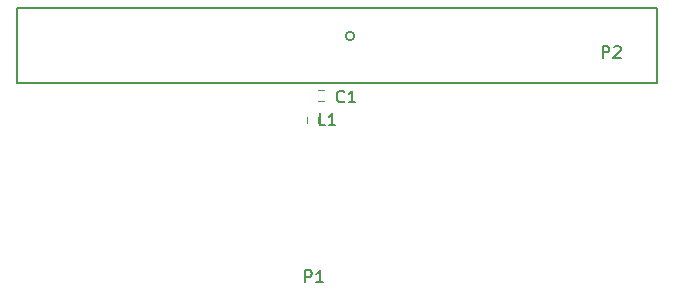
<source format=gbr>
G04 #@! TF.FileFunction,Legend,Top*
%FSLAX46Y46*%
G04 Gerber Fmt 4.6, Leading zero omitted, Abs format (unit mm)*
G04 Created by KiCad (PCBNEW 4.0.5) date 05/07/17 17:09:00*
%MOMM*%
%LPD*%
G01*
G04 APERTURE LIST*
%ADD10C,0.100000*%
%ADD11C,0.150000*%
%ADD12C,0.120000*%
G04 APERTURE END LIST*
D10*
D11*
X1301100Y9796400D02*
X1101100Y9796400D01*
X1401100Y16196400D02*
X1101100Y16196400D01*
X1101100Y16196400D02*
X1101100Y9796400D01*
X55301100Y16196400D02*
X55301100Y9796400D01*
X5301100Y16196400D02*
X1301100Y16196400D01*
X1301100Y9796400D02*
X5301100Y9796400D01*
X55301100Y9796400D02*
X5301100Y9796400D01*
X55301100Y16196400D02*
X5301100Y16196400D01*
X29661655Y13796400D02*
G75*
G03X29661655Y13796400I-360555J0D01*
G01*
D12*
X27065000Y9225000D02*
X26565000Y9225000D01*
X26565000Y8285000D02*
X27065000Y8285000D01*
X26573800Y6473000D02*
X26573800Y6973000D01*
X25633800Y6973000D02*
X25633800Y6473000D01*
D11*
X25501905Y-7042381D02*
X25501905Y-6042381D01*
X25882858Y-6042381D01*
X25978096Y-6090000D01*
X26025715Y-6137619D01*
X26073334Y-6232857D01*
X26073334Y-6375714D01*
X26025715Y-6470952D01*
X25978096Y-6518571D01*
X25882858Y-6566190D01*
X25501905Y-6566190D01*
X27025715Y-7042381D02*
X26454286Y-7042381D01*
X26740000Y-7042381D02*
X26740000Y-6042381D01*
X26644762Y-6185238D01*
X26549524Y-6280476D01*
X26454286Y-6328095D01*
X50691905Y11937619D02*
X50691905Y12937619D01*
X51072858Y12937619D01*
X51168096Y12890000D01*
X51215715Y12842381D01*
X51263334Y12747143D01*
X51263334Y12604286D01*
X51215715Y12509048D01*
X51168096Y12461429D01*
X51072858Y12413810D01*
X50691905Y12413810D01*
X51644286Y12842381D02*
X51691905Y12890000D01*
X51787143Y12937619D01*
X52025239Y12937619D01*
X52120477Y12890000D01*
X52168096Y12842381D01*
X52215715Y12747143D01*
X52215715Y12651905D01*
X52168096Y12509048D01*
X51596667Y11937619D01*
X52215715Y11937619D01*
X28807334Y8270857D02*
X28759715Y8223238D01*
X28616858Y8175619D01*
X28521620Y8175619D01*
X28378762Y8223238D01*
X28283524Y8318476D01*
X28235905Y8413714D01*
X28188286Y8604190D01*
X28188286Y8747048D01*
X28235905Y8937524D01*
X28283524Y9032762D01*
X28378762Y9128000D01*
X28521620Y9175619D01*
X28616858Y9175619D01*
X28759715Y9128000D01*
X28807334Y9080381D01*
X29759715Y8175619D02*
X29188286Y8175619D01*
X29474000Y8175619D02*
X29474000Y9175619D01*
X29378762Y9032762D01*
X29283524Y8937524D01*
X29188286Y8889905D01*
X27207134Y6270619D02*
X26730943Y6270619D01*
X26730943Y7270619D01*
X28064277Y6270619D02*
X27492848Y6270619D01*
X27778562Y6270619D02*
X27778562Y7270619D01*
X27683324Y7127762D01*
X27588086Y7032524D01*
X27492848Y6984905D01*
M02*

</source>
